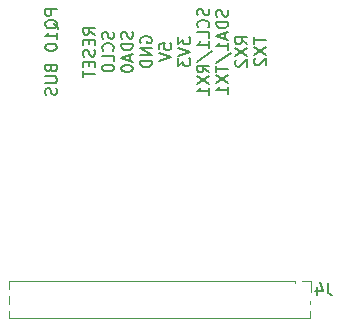
<source format=gbr>
%TF.GenerationSoftware,KiCad,Pcbnew,7.0.10*%
%TF.CreationDate,2024-03-12T14:45:01-04:00*%
%TF.ProjectId,obc,6f62632e-6b69-4636-9164-5f7063625858,rev?*%
%TF.SameCoordinates,Original*%
%TF.FileFunction,Legend,Bot*%
%TF.FilePolarity,Positive*%
%FSLAX46Y46*%
G04 Gerber Fmt 4.6, Leading zero omitted, Abs format (unit mm)*
G04 Created by KiCad (PCBNEW 7.0.10) date 2024-03-12 14:45:01*
%MOMM*%
%LPD*%
G01*
G04 APERTURE LIST*
%ADD10C,0.150000*%
%ADD11C,0.120000*%
G04 APERTURE END LIST*
D10*
X62299819Y-63830952D02*
X61299819Y-63830952D01*
X61299819Y-63830952D02*
X61299819Y-64211904D01*
X61299819Y-64211904D02*
X61347438Y-64307142D01*
X61347438Y-64307142D02*
X61395057Y-64354761D01*
X61395057Y-64354761D02*
X61490295Y-64402380D01*
X61490295Y-64402380D02*
X61633152Y-64402380D01*
X61633152Y-64402380D02*
X61728390Y-64354761D01*
X61728390Y-64354761D02*
X61776009Y-64307142D01*
X61776009Y-64307142D02*
X61823628Y-64211904D01*
X61823628Y-64211904D02*
X61823628Y-63830952D01*
X62395057Y-65497618D02*
X62347438Y-65402380D01*
X62347438Y-65402380D02*
X62252200Y-65307142D01*
X62252200Y-65307142D02*
X62109342Y-65164285D01*
X62109342Y-65164285D02*
X62061723Y-65069047D01*
X62061723Y-65069047D02*
X62061723Y-64973809D01*
X62299819Y-65021428D02*
X62252200Y-64926190D01*
X62252200Y-64926190D02*
X62156961Y-64830952D01*
X62156961Y-64830952D02*
X61966485Y-64783333D01*
X61966485Y-64783333D02*
X61633152Y-64783333D01*
X61633152Y-64783333D02*
X61442676Y-64830952D01*
X61442676Y-64830952D02*
X61347438Y-64926190D01*
X61347438Y-64926190D02*
X61299819Y-65021428D01*
X61299819Y-65021428D02*
X61299819Y-65211904D01*
X61299819Y-65211904D02*
X61347438Y-65307142D01*
X61347438Y-65307142D02*
X61442676Y-65402380D01*
X61442676Y-65402380D02*
X61633152Y-65449999D01*
X61633152Y-65449999D02*
X61966485Y-65449999D01*
X61966485Y-65449999D02*
X62156961Y-65402380D01*
X62156961Y-65402380D02*
X62252200Y-65307142D01*
X62252200Y-65307142D02*
X62299819Y-65211904D01*
X62299819Y-65211904D02*
X62299819Y-65021428D01*
X62299819Y-66402380D02*
X62299819Y-65830952D01*
X62299819Y-66116666D02*
X61299819Y-66116666D01*
X61299819Y-66116666D02*
X61442676Y-66021428D01*
X61442676Y-66021428D02*
X61537914Y-65926190D01*
X61537914Y-65926190D02*
X61585533Y-65830952D01*
X61299819Y-67021428D02*
X61299819Y-67116666D01*
X61299819Y-67116666D02*
X61347438Y-67211904D01*
X61347438Y-67211904D02*
X61395057Y-67259523D01*
X61395057Y-67259523D02*
X61490295Y-67307142D01*
X61490295Y-67307142D02*
X61680771Y-67354761D01*
X61680771Y-67354761D02*
X61918866Y-67354761D01*
X61918866Y-67354761D02*
X62109342Y-67307142D01*
X62109342Y-67307142D02*
X62204580Y-67259523D01*
X62204580Y-67259523D02*
X62252200Y-67211904D01*
X62252200Y-67211904D02*
X62299819Y-67116666D01*
X62299819Y-67116666D02*
X62299819Y-67021428D01*
X62299819Y-67021428D02*
X62252200Y-66926190D01*
X62252200Y-66926190D02*
X62204580Y-66878571D01*
X62204580Y-66878571D02*
X62109342Y-66830952D01*
X62109342Y-66830952D02*
X61918866Y-66783333D01*
X61918866Y-66783333D02*
X61680771Y-66783333D01*
X61680771Y-66783333D02*
X61490295Y-66830952D01*
X61490295Y-66830952D02*
X61395057Y-66878571D01*
X61395057Y-66878571D02*
X61347438Y-66926190D01*
X61347438Y-66926190D02*
X61299819Y-67021428D01*
X61776009Y-68878571D02*
X61823628Y-69021428D01*
X61823628Y-69021428D02*
X61871247Y-69069047D01*
X61871247Y-69069047D02*
X61966485Y-69116666D01*
X61966485Y-69116666D02*
X62109342Y-69116666D01*
X62109342Y-69116666D02*
X62204580Y-69069047D01*
X62204580Y-69069047D02*
X62252200Y-69021428D01*
X62252200Y-69021428D02*
X62299819Y-68926190D01*
X62299819Y-68926190D02*
X62299819Y-68545238D01*
X62299819Y-68545238D02*
X61299819Y-68545238D01*
X61299819Y-68545238D02*
X61299819Y-68878571D01*
X61299819Y-68878571D02*
X61347438Y-68973809D01*
X61347438Y-68973809D02*
X61395057Y-69021428D01*
X61395057Y-69021428D02*
X61490295Y-69069047D01*
X61490295Y-69069047D02*
X61585533Y-69069047D01*
X61585533Y-69069047D02*
X61680771Y-69021428D01*
X61680771Y-69021428D02*
X61728390Y-68973809D01*
X61728390Y-68973809D02*
X61776009Y-68878571D01*
X61776009Y-68878571D02*
X61776009Y-68545238D01*
X61299819Y-69545238D02*
X62109342Y-69545238D01*
X62109342Y-69545238D02*
X62204580Y-69592857D01*
X62204580Y-69592857D02*
X62252200Y-69640476D01*
X62252200Y-69640476D02*
X62299819Y-69735714D01*
X62299819Y-69735714D02*
X62299819Y-69926190D01*
X62299819Y-69926190D02*
X62252200Y-70021428D01*
X62252200Y-70021428D02*
X62204580Y-70069047D01*
X62204580Y-70069047D02*
X62109342Y-70116666D01*
X62109342Y-70116666D02*
X61299819Y-70116666D01*
X62252200Y-70545238D02*
X62299819Y-70688095D01*
X62299819Y-70688095D02*
X62299819Y-70926190D01*
X62299819Y-70926190D02*
X62252200Y-71021428D01*
X62252200Y-71021428D02*
X62204580Y-71069047D01*
X62204580Y-71069047D02*
X62109342Y-71116666D01*
X62109342Y-71116666D02*
X62014104Y-71116666D01*
X62014104Y-71116666D02*
X61918866Y-71069047D01*
X61918866Y-71069047D02*
X61871247Y-71021428D01*
X61871247Y-71021428D02*
X61823628Y-70926190D01*
X61823628Y-70926190D02*
X61776009Y-70735714D01*
X61776009Y-70735714D02*
X61728390Y-70640476D01*
X61728390Y-70640476D02*
X61680771Y-70592857D01*
X61680771Y-70592857D02*
X61585533Y-70545238D01*
X61585533Y-70545238D02*
X61490295Y-70545238D01*
X61490295Y-70545238D02*
X61395057Y-70592857D01*
X61395057Y-70592857D02*
X61347438Y-70640476D01*
X61347438Y-70640476D02*
X61299819Y-70735714D01*
X61299819Y-70735714D02*
X61299819Y-70973809D01*
X61299819Y-70973809D02*
X61347438Y-71116666D01*
X65519819Y-65997618D02*
X65043628Y-65664285D01*
X65519819Y-65426190D02*
X64519819Y-65426190D01*
X64519819Y-65426190D02*
X64519819Y-65807142D01*
X64519819Y-65807142D02*
X64567438Y-65902380D01*
X64567438Y-65902380D02*
X64615057Y-65949999D01*
X64615057Y-65949999D02*
X64710295Y-65997618D01*
X64710295Y-65997618D02*
X64853152Y-65997618D01*
X64853152Y-65997618D02*
X64948390Y-65949999D01*
X64948390Y-65949999D02*
X64996009Y-65902380D01*
X64996009Y-65902380D02*
X65043628Y-65807142D01*
X65043628Y-65807142D02*
X65043628Y-65426190D01*
X64996009Y-66426190D02*
X64996009Y-66759523D01*
X65519819Y-66902380D02*
X65519819Y-66426190D01*
X65519819Y-66426190D02*
X64519819Y-66426190D01*
X64519819Y-66426190D02*
X64519819Y-66902380D01*
X65472200Y-67283333D02*
X65519819Y-67426190D01*
X65519819Y-67426190D02*
X65519819Y-67664285D01*
X65519819Y-67664285D02*
X65472200Y-67759523D01*
X65472200Y-67759523D02*
X65424580Y-67807142D01*
X65424580Y-67807142D02*
X65329342Y-67854761D01*
X65329342Y-67854761D02*
X65234104Y-67854761D01*
X65234104Y-67854761D02*
X65138866Y-67807142D01*
X65138866Y-67807142D02*
X65091247Y-67759523D01*
X65091247Y-67759523D02*
X65043628Y-67664285D01*
X65043628Y-67664285D02*
X64996009Y-67473809D01*
X64996009Y-67473809D02*
X64948390Y-67378571D01*
X64948390Y-67378571D02*
X64900771Y-67330952D01*
X64900771Y-67330952D02*
X64805533Y-67283333D01*
X64805533Y-67283333D02*
X64710295Y-67283333D01*
X64710295Y-67283333D02*
X64615057Y-67330952D01*
X64615057Y-67330952D02*
X64567438Y-67378571D01*
X64567438Y-67378571D02*
X64519819Y-67473809D01*
X64519819Y-67473809D02*
X64519819Y-67711904D01*
X64519819Y-67711904D02*
X64567438Y-67854761D01*
X64996009Y-68283333D02*
X64996009Y-68616666D01*
X65519819Y-68759523D02*
X65519819Y-68283333D01*
X65519819Y-68283333D02*
X64519819Y-68283333D01*
X64519819Y-68283333D02*
X64519819Y-68759523D01*
X64519819Y-69045238D02*
X64519819Y-69616666D01*
X65519819Y-69330952D02*
X64519819Y-69330952D01*
X67082200Y-65783333D02*
X67129819Y-65926190D01*
X67129819Y-65926190D02*
X67129819Y-66164285D01*
X67129819Y-66164285D02*
X67082200Y-66259523D01*
X67082200Y-66259523D02*
X67034580Y-66307142D01*
X67034580Y-66307142D02*
X66939342Y-66354761D01*
X66939342Y-66354761D02*
X66844104Y-66354761D01*
X66844104Y-66354761D02*
X66748866Y-66307142D01*
X66748866Y-66307142D02*
X66701247Y-66259523D01*
X66701247Y-66259523D02*
X66653628Y-66164285D01*
X66653628Y-66164285D02*
X66606009Y-65973809D01*
X66606009Y-65973809D02*
X66558390Y-65878571D01*
X66558390Y-65878571D02*
X66510771Y-65830952D01*
X66510771Y-65830952D02*
X66415533Y-65783333D01*
X66415533Y-65783333D02*
X66320295Y-65783333D01*
X66320295Y-65783333D02*
X66225057Y-65830952D01*
X66225057Y-65830952D02*
X66177438Y-65878571D01*
X66177438Y-65878571D02*
X66129819Y-65973809D01*
X66129819Y-65973809D02*
X66129819Y-66211904D01*
X66129819Y-66211904D02*
X66177438Y-66354761D01*
X67034580Y-67354761D02*
X67082200Y-67307142D01*
X67082200Y-67307142D02*
X67129819Y-67164285D01*
X67129819Y-67164285D02*
X67129819Y-67069047D01*
X67129819Y-67069047D02*
X67082200Y-66926190D01*
X67082200Y-66926190D02*
X66986961Y-66830952D01*
X66986961Y-66830952D02*
X66891723Y-66783333D01*
X66891723Y-66783333D02*
X66701247Y-66735714D01*
X66701247Y-66735714D02*
X66558390Y-66735714D01*
X66558390Y-66735714D02*
X66367914Y-66783333D01*
X66367914Y-66783333D02*
X66272676Y-66830952D01*
X66272676Y-66830952D02*
X66177438Y-66926190D01*
X66177438Y-66926190D02*
X66129819Y-67069047D01*
X66129819Y-67069047D02*
X66129819Y-67164285D01*
X66129819Y-67164285D02*
X66177438Y-67307142D01*
X66177438Y-67307142D02*
X66225057Y-67354761D01*
X67129819Y-68259523D02*
X67129819Y-67783333D01*
X67129819Y-67783333D02*
X66129819Y-67783333D01*
X66129819Y-68783333D02*
X66129819Y-68878571D01*
X66129819Y-68878571D02*
X66177438Y-68973809D01*
X66177438Y-68973809D02*
X66225057Y-69021428D01*
X66225057Y-69021428D02*
X66320295Y-69069047D01*
X66320295Y-69069047D02*
X66510771Y-69116666D01*
X66510771Y-69116666D02*
X66748866Y-69116666D01*
X66748866Y-69116666D02*
X66939342Y-69069047D01*
X66939342Y-69069047D02*
X67034580Y-69021428D01*
X67034580Y-69021428D02*
X67082200Y-68973809D01*
X67082200Y-68973809D02*
X67129819Y-68878571D01*
X67129819Y-68878571D02*
X67129819Y-68783333D01*
X67129819Y-68783333D02*
X67082200Y-68688095D01*
X67082200Y-68688095D02*
X67034580Y-68640476D01*
X67034580Y-68640476D02*
X66939342Y-68592857D01*
X66939342Y-68592857D02*
X66748866Y-68545238D01*
X66748866Y-68545238D02*
X66510771Y-68545238D01*
X66510771Y-68545238D02*
X66320295Y-68592857D01*
X66320295Y-68592857D02*
X66225057Y-68640476D01*
X66225057Y-68640476D02*
X66177438Y-68688095D01*
X66177438Y-68688095D02*
X66129819Y-68783333D01*
X68692200Y-65759524D02*
X68739819Y-65902381D01*
X68739819Y-65902381D02*
X68739819Y-66140476D01*
X68739819Y-66140476D02*
X68692200Y-66235714D01*
X68692200Y-66235714D02*
X68644580Y-66283333D01*
X68644580Y-66283333D02*
X68549342Y-66330952D01*
X68549342Y-66330952D02*
X68454104Y-66330952D01*
X68454104Y-66330952D02*
X68358866Y-66283333D01*
X68358866Y-66283333D02*
X68311247Y-66235714D01*
X68311247Y-66235714D02*
X68263628Y-66140476D01*
X68263628Y-66140476D02*
X68216009Y-65950000D01*
X68216009Y-65950000D02*
X68168390Y-65854762D01*
X68168390Y-65854762D02*
X68120771Y-65807143D01*
X68120771Y-65807143D02*
X68025533Y-65759524D01*
X68025533Y-65759524D02*
X67930295Y-65759524D01*
X67930295Y-65759524D02*
X67835057Y-65807143D01*
X67835057Y-65807143D02*
X67787438Y-65854762D01*
X67787438Y-65854762D02*
X67739819Y-65950000D01*
X67739819Y-65950000D02*
X67739819Y-66188095D01*
X67739819Y-66188095D02*
X67787438Y-66330952D01*
X68739819Y-66759524D02*
X67739819Y-66759524D01*
X67739819Y-66759524D02*
X67739819Y-66997619D01*
X67739819Y-66997619D02*
X67787438Y-67140476D01*
X67787438Y-67140476D02*
X67882676Y-67235714D01*
X67882676Y-67235714D02*
X67977914Y-67283333D01*
X67977914Y-67283333D02*
X68168390Y-67330952D01*
X68168390Y-67330952D02*
X68311247Y-67330952D01*
X68311247Y-67330952D02*
X68501723Y-67283333D01*
X68501723Y-67283333D02*
X68596961Y-67235714D01*
X68596961Y-67235714D02*
X68692200Y-67140476D01*
X68692200Y-67140476D02*
X68739819Y-66997619D01*
X68739819Y-66997619D02*
X68739819Y-66759524D01*
X68454104Y-67711905D02*
X68454104Y-68188095D01*
X68739819Y-67616667D02*
X67739819Y-67950000D01*
X67739819Y-67950000D02*
X68739819Y-68283333D01*
X67739819Y-68807143D02*
X67739819Y-68902381D01*
X67739819Y-68902381D02*
X67787438Y-68997619D01*
X67787438Y-68997619D02*
X67835057Y-69045238D01*
X67835057Y-69045238D02*
X67930295Y-69092857D01*
X67930295Y-69092857D02*
X68120771Y-69140476D01*
X68120771Y-69140476D02*
X68358866Y-69140476D01*
X68358866Y-69140476D02*
X68549342Y-69092857D01*
X68549342Y-69092857D02*
X68644580Y-69045238D01*
X68644580Y-69045238D02*
X68692200Y-68997619D01*
X68692200Y-68997619D02*
X68739819Y-68902381D01*
X68739819Y-68902381D02*
X68739819Y-68807143D01*
X68739819Y-68807143D02*
X68692200Y-68711905D01*
X68692200Y-68711905D02*
X68644580Y-68664286D01*
X68644580Y-68664286D02*
X68549342Y-68616667D01*
X68549342Y-68616667D02*
X68358866Y-68569048D01*
X68358866Y-68569048D02*
X68120771Y-68569048D01*
X68120771Y-68569048D02*
X67930295Y-68616667D01*
X67930295Y-68616667D02*
X67835057Y-68664286D01*
X67835057Y-68664286D02*
X67787438Y-68711905D01*
X67787438Y-68711905D02*
X67739819Y-68807143D01*
X69397438Y-66688095D02*
X69349819Y-66592857D01*
X69349819Y-66592857D02*
X69349819Y-66450000D01*
X69349819Y-66450000D02*
X69397438Y-66307143D01*
X69397438Y-66307143D02*
X69492676Y-66211905D01*
X69492676Y-66211905D02*
X69587914Y-66164286D01*
X69587914Y-66164286D02*
X69778390Y-66116667D01*
X69778390Y-66116667D02*
X69921247Y-66116667D01*
X69921247Y-66116667D02*
X70111723Y-66164286D01*
X70111723Y-66164286D02*
X70206961Y-66211905D01*
X70206961Y-66211905D02*
X70302200Y-66307143D01*
X70302200Y-66307143D02*
X70349819Y-66450000D01*
X70349819Y-66450000D02*
X70349819Y-66545238D01*
X70349819Y-66545238D02*
X70302200Y-66688095D01*
X70302200Y-66688095D02*
X70254580Y-66735714D01*
X70254580Y-66735714D02*
X69921247Y-66735714D01*
X69921247Y-66735714D02*
X69921247Y-66545238D01*
X70349819Y-67164286D02*
X69349819Y-67164286D01*
X69349819Y-67164286D02*
X70349819Y-67735714D01*
X70349819Y-67735714D02*
X69349819Y-67735714D01*
X70349819Y-68211905D02*
X69349819Y-68211905D01*
X69349819Y-68211905D02*
X69349819Y-68450000D01*
X69349819Y-68450000D02*
X69397438Y-68592857D01*
X69397438Y-68592857D02*
X69492676Y-68688095D01*
X69492676Y-68688095D02*
X69587914Y-68735714D01*
X69587914Y-68735714D02*
X69778390Y-68783333D01*
X69778390Y-68783333D02*
X69921247Y-68783333D01*
X69921247Y-68783333D02*
X70111723Y-68735714D01*
X70111723Y-68735714D02*
X70206961Y-68688095D01*
X70206961Y-68688095D02*
X70302200Y-68592857D01*
X70302200Y-68592857D02*
X70349819Y-68450000D01*
X70349819Y-68450000D02*
X70349819Y-68211905D01*
X70959819Y-67259523D02*
X70959819Y-66783333D01*
X70959819Y-66783333D02*
X71436009Y-66735714D01*
X71436009Y-66735714D02*
X71388390Y-66783333D01*
X71388390Y-66783333D02*
X71340771Y-66878571D01*
X71340771Y-66878571D02*
X71340771Y-67116666D01*
X71340771Y-67116666D02*
X71388390Y-67211904D01*
X71388390Y-67211904D02*
X71436009Y-67259523D01*
X71436009Y-67259523D02*
X71531247Y-67307142D01*
X71531247Y-67307142D02*
X71769342Y-67307142D01*
X71769342Y-67307142D02*
X71864580Y-67259523D01*
X71864580Y-67259523D02*
X71912200Y-67211904D01*
X71912200Y-67211904D02*
X71959819Y-67116666D01*
X71959819Y-67116666D02*
X71959819Y-66878571D01*
X71959819Y-66878571D02*
X71912200Y-66783333D01*
X71912200Y-66783333D02*
X71864580Y-66735714D01*
X70959819Y-67592857D02*
X71959819Y-67926190D01*
X71959819Y-67926190D02*
X70959819Y-68259523D01*
X72569819Y-66211905D02*
X72569819Y-66830952D01*
X72569819Y-66830952D02*
X72950771Y-66497619D01*
X72950771Y-66497619D02*
X72950771Y-66640476D01*
X72950771Y-66640476D02*
X72998390Y-66735714D01*
X72998390Y-66735714D02*
X73046009Y-66783333D01*
X73046009Y-66783333D02*
X73141247Y-66830952D01*
X73141247Y-66830952D02*
X73379342Y-66830952D01*
X73379342Y-66830952D02*
X73474580Y-66783333D01*
X73474580Y-66783333D02*
X73522200Y-66735714D01*
X73522200Y-66735714D02*
X73569819Y-66640476D01*
X73569819Y-66640476D02*
X73569819Y-66354762D01*
X73569819Y-66354762D02*
X73522200Y-66259524D01*
X73522200Y-66259524D02*
X73474580Y-66211905D01*
X72569819Y-67116667D02*
X73569819Y-67450000D01*
X73569819Y-67450000D02*
X72569819Y-67783333D01*
X72569819Y-68021429D02*
X72569819Y-68640476D01*
X72569819Y-68640476D02*
X72950771Y-68307143D01*
X72950771Y-68307143D02*
X72950771Y-68450000D01*
X72950771Y-68450000D02*
X72998390Y-68545238D01*
X72998390Y-68545238D02*
X73046009Y-68592857D01*
X73046009Y-68592857D02*
X73141247Y-68640476D01*
X73141247Y-68640476D02*
X73379342Y-68640476D01*
X73379342Y-68640476D02*
X73474580Y-68592857D01*
X73474580Y-68592857D02*
X73522200Y-68545238D01*
X73522200Y-68545238D02*
X73569819Y-68450000D01*
X73569819Y-68450000D02*
X73569819Y-68164286D01*
X73569819Y-68164286D02*
X73522200Y-68069048D01*
X73522200Y-68069048D02*
X73474580Y-68021429D01*
X75132200Y-63807143D02*
X75179819Y-63950000D01*
X75179819Y-63950000D02*
X75179819Y-64188095D01*
X75179819Y-64188095D02*
X75132200Y-64283333D01*
X75132200Y-64283333D02*
X75084580Y-64330952D01*
X75084580Y-64330952D02*
X74989342Y-64378571D01*
X74989342Y-64378571D02*
X74894104Y-64378571D01*
X74894104Y-64378571D02*
X74798866Y-64330952D01*
X74798866Y-64330952D02*
X74751247Y-64283333D01*
X74751247Y-64283333D02*
X74703628Y-64188095D01*
X74703628Y-64188095D02*
X74656009Y-63997619D01*
X74656009Y-63997619D02*
X74608390Y-63902381D01*
X74608390Y-63902381D02*
X74560771Y-63854762D01*
X74560771Y-63854762D02*
X74465533Y-63807143D01*
X74465533Y-63807143D02*
X74370295Y-63807143D01*
X74370295Y-63807143D02*
X74275057Y-63854762D01*
X74275057Y-63854762D02*
X74227438Y-63902381D01*
X74227438Y-63902381D02*
X74179819Y-63997619D01*
X74179819Y-63997619D02*
X74179819Y-64235714D01*
X74179819Y-64235714D02*
X74227438Y-64378571D01*
X75084580Y-65378571D02*
X75132200Y-65330952D01*
X75132200Y-65330952D02*
X75179819Y-65188095D01*
X75179819Y-65188095D02*
X75179819Y-65092857D01*
X75179819Y-65092857D02*
X75132200Y-64950000D01*
X75132200Y-64950000D02*
X75036961Y-64854762D01*
X75036961Y-64854762D02*
X74941723Y-64807143D01*
X74941723Y-64807143D02*
X74751247Y-64759524D01*
X74751247Y-64759524D02*
X74608390Y-64759524D01*
X74608390Y-64759524D02*
X74417914Y-64807143D01*
X74417914Y-64807143D02*
X74322676Y-64854762D01*
X74322676Y-64854762D02*
X74227438Y-64950000D01*
X74227438Y-64950000D02*
X74179819Y-65092857D01*
X74179819Y-65092857D02*
X74179819Y-65188095D01*
X74179819Y-65188095D02*
X74227438Y-65330952D01*
X74227438Y-65330952D02*
X74275057Y-65378571D01*
X75179819Y-66283333D02*
X75179819Y-65807143D01*
X75179819Y-65807143D02*
X74179819Y-65807143D01*
X75179819Y-67140476D02*
X75179819Y-66569048D01*
X75179819Y-66854762D02*
X74179819Y-66854762D01*
X74179819Y-66854762D02*
X74322676Y-66759524D01*
X74322676Y-66759524D02*
X74417914Y-66664286D01*
X74417914Y-66664286D02*
X74465533Y-66569048D01*
X74132200Y-68283333D02*
X75417914Y-67426191D01*
X75179819Y-69188095D02*
X74703628Y-68854762D01*
X75179819Y-68616667D02*
X74179819Y-68616667D01*
X74179819Y-68616667D02*
X74179819Y-68997619D01*
X74179819Y-68997619D02*
X74227438Y-69092857D01*
X74227438Y-69092857D02*
X74275057Y-69140476D01*
X74275057Y-69140476D02*
X74370295Y-69188095D01*
X74370295Y-69188095D02*
X74513152Y-69188095D01*
X74513152Y-69188095D02*
X74608390Y-69140476D01*
X74608390Y-69140476D02*
X74656009Y-69092857D01*
X74656009Y-69092857D02*
X74703628Y-68997619D01*
X74703628Y-68997619D02*
X74703628Y-68616667D01*
X74179819Y-69521429D02*
X75179819Y-70188095D01*
X74179819Y-70188095D02*
X75179819Y-69521429D01*
X75179819Y-71092857D02*
X75179819Y-70521429D01*
X75179819Y-70807143D02*
X74179819Y-70807143D01*
X74179819Y-70807143D02*
X74322676Y-70711905D01*
X74322676Y-70711905D02*
X74417914Y-70616667D01*
X74417914Y-70616667D02*
X74465533Y-70521429D01*
X76742200Y-63902381D02*
X76789819Y-64045238D01*
X76789819Y-64045238D02*
X76789819Y-64283333D01*
X76789819Y-64283333D02*
X76742200Y-64378571D01*
X76742200Y-64378571D02*
X76694580Y-64426190D01*
X76694580Y-64426190D02*
X76599342Y-64473809D01*
X76599342Y-64473809D02*
X76504104Y-64473809D01*
X76504104Y-64473809D02*
X76408866Y-64426190D01*
X76408866Y-64426190D02*
X76361247Y-64378571D01*
X76361247Y-64378571D02*
X76313628Y-64283333D01*
X76313628Y-64283333D02*
X76266009Y-64092857D01*
X76266009Y-64092857D02*
X76218390Y-63997619D01*
X76218390Y-63997619D02*
X76170771Y-63950000D01*
X76170771Y-63950000D02*
X76075533Y-63902381D01*
X76075533Y-63902381D02*
X75980295Y-63902381D01*
X75980295Y-63902381D02*
X75885057Y-63950000D01*
X75885057Y-63950000D02*
X75837438Y-63997619D01*
X75837438Y-63997619D02*
X75789819Y-64092857D01*
X75789819Y-64092857D02*
X75789819Y-64330952D01*
X75789819Y-64330952D02*
X75837438Y-64473809D01*
X76789819Y-64902381D02*
X75789819Y-64902381D01*
X75789819Y-64902381D02*
X75789819Y-65140476D01*
X75789819Y-65140476D02*
X75837438Y-65283333D01*
X75837438Y-65283333D02*
X75932676Y-65378571D01*
X75932676Y-65378571D02*
X76027914Y-65426190D01*
X76027914Y-65426190D02*
X76218390Y-65473809D01*
X76218390Y-65473809D02*
X76361247Y-65473809D01*
X76361247Y-65473809D02*
X76551723Y-65426190D01*
X76551723Y-65426190D02*
X76646961Y-65378571D01*
X76646961Y-65378571D02*
X76742200Y-65283333D01*
X76742200Y-65283333D02*
X76789819Y-65140476D01*
X76789819Y-65140476D02*
X76789819Y-64902381D01*
X76504104Y-65854762D02*
X76504104Y-66330952D01*
X76789819Y-65759524D02*
X75789819Y-66092857D01*
X75789819Y-66092857D02*
X76789819Y-66426190D01*
X76789819Y-67283333D02*
X76789819Y-66711905D01*
X76789819Y-66997619D02*
X75789819Y-66997619D01*
X75789819Y-66997619D02*
X75932676Y-66902381D01*
X75932676Y-66902381D02*
X76027914Y-66807143D01*
X76027914Y-66807143D02*
X76075533Y-66711905D01*
X75742200Y-68426190D02*
X77027914Y-67569048D01*
X75789819Y-68616667D02*
X75789819Y-69188095D01*
X76789819Y-68902381D02*
X75789819Y-68902381D01*
X75789819Y-69426191D02*
X76789819Y-70092857D01*
X75789819Y-70092857D02*
X76789819Y-69426191D01*
X76789819Y-70997619D02*
X76789819Y-70426191D01*
X76789819Y-70711905D02*
X75789819Y-70711905D01*
X75789819Y-70711905D02*
X75932676Y-70616667D01*
X75932676Y-70616667D02*
X76027914Y-70521429D01*
X76027914Y-70521429D02*
X76075533Y-70426191D01*
X78399819Y-66807142D02*
X77923628Y-66473809D01*
X78399819Y-66235714D02*
X77399819Y-66235714D01*
X77399819Y-66235714D02*
X77399819Y-66616666D01*
X77399819Y-66616666D02*
X77447438Y-66711904D01*
X77447438Y-66711904D02*
X77495057Y-66759523D01*
X77495057Y-66759523D02*
X77590295Y-66807142D01*
X77590295Y-66807142D02*
X77733152Y-66807142D01*
X77733152Y-66807142D02*
X77828390Y-66759523D01*
X77828390Y-66759523D02*
X77876009Y-66711904D01*
X77876009Y-66711904D02*
X77923628Y-66616666D01*
X77923628Y-66616666D02*
X77923628Y-66235714D01*
X77399819Y-67140476D02*
X78399819Y-67807142D01*
X77399819Y-67807142D02*
X78399819Y-67140476D01*
X77495057Y-68140476D02*
X77447438Y-68188095D01*
X77447438Y-68188095D02*
X77399819Y-68283333D01*
X77399819Y-68283333D02*
X77399819Y-68521428D01*
X77399819Y-68521428D02*
X77447438Y-68616666D01*
X77447438Y-68616666D02*
X77495057Y-68664285D01*
X77495057Y-68664285D02*
X77590295Y-68711904D01*
X77590295Y-68711904D02*
X77685533Y-68711904D01*
X77685533Y-68711904D02*
X77828390Y-68664285D01*
X77828390Y-68664285D02*
X78399819Y-68092857D01*
X78399819Y-68092857D02*
X78399819Y-68711904D01*
X79009819Y-66211905D02*
X79009819Y-66783333D01*
X80009819Y-66497619D02*
X79009819Y-66497619D01*
X79009819Y-67021429D02*
X80009819Y-67688095D01*
X79009819Y-67688095D02*
X80009819Y-67021429D01*
X79105057Y-68021429D02*
X79057438Y-68069048D01*
X79057438Y-68069048D02*
X79009819Y-68164286D01*
X79009819Y-68164286D02*
X79009819Y-68402381D01*
X79009819Y-68402381D02*
X79057438Y-68497619D01*
X79057438Y-68497619D02*
X79105057Y-68545238D01*
X79105057Y-68545238D02*
X79200295Y-68592857D01*
X79200295Y-68592857D02*
X79295533Y-68592857D01*
X79295533Y-68592857D02*
X79438390Y-68545238D01*
X79438390Y-68545238D02*
X80009819Y-67973810D01*
X80009819Y-67973810D02*
X80009819Y-68592857D01*
X85233333Y-87004819D02*
X85233333Y-87719104D01*
X85233333Y-87719104D02*
X85280952Y-87861961D01*
X85280952Y-87861961D02*
X85376190Y-87957200D01*
X85376190Y-87957200D02*
X85519047Y-88004819D01*
X85519047Y-88004819D02*
X85614285Y-88004819D01*
X84328571Y-87338152D02*
X84328571Y-88004819D01*
X84566666Y-86957200D02*
X84804761Y-87671485D01*
X84804761Y-87671485D02*
X84185714Y-87671485D01*
D11*
%TO.C,J4*%
X83810000Y-86865000D02*
X83050000Y-86865000D01*
X82415000Y-86865000D02*
X58225000Y-86865000D01*
X82415000Y-87055000D02*
X82415000Y-86865000D01*
X58225000Y-87507470D02*
X58225000Y-86865000D01*
X83810000Y-87815000D02*
X83810000Y-86865000D01*
X83745000Y-88777470D02*
X83745000Y-88575000D01*
X58225000Y-88777470D02*
X58225000Y-88122530D01*
X83745000Y-90035000D02*
X83745000Y-89392530D01*
X83745000Y-90035000D02*
X58225000Y-90035000D01*
X58225000Y-90035000D02*
X58225000Y-89392530D01*
%TD*%
M02*

</source>
